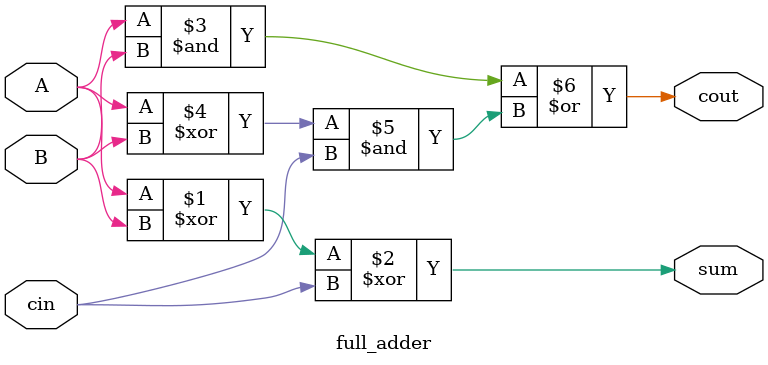
<source format=v>
`timescale 1ns / 1ps

module full_adder(
    input A,
    input B,
    input cin,
    output sum,
    output cout
    );
    
    assign sum = A ^ B ^ cin;
    assign cout = (A & B) | ((A ^ B) & cin);
endmodule

</source>
